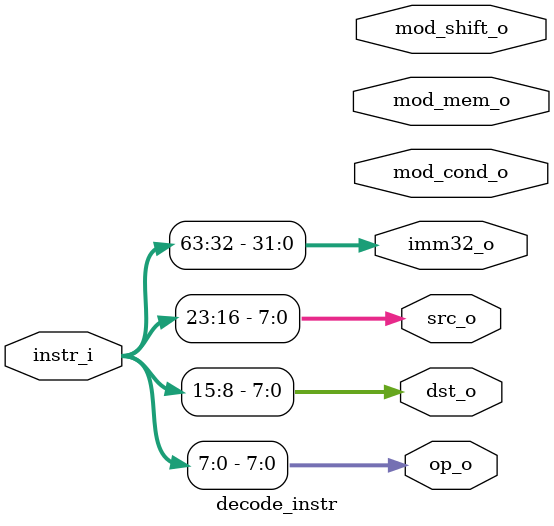
<source format=v>
`timescale 1ns / 1ps
module decode_instr(
	input [63:0] instr_i,
	// op
	output [7:0]  op_o,
	// dst
	output [7:0]  dst_o,
	// src
	output [7:0]  src_o,
	// mod flag
	output [1:0]  mod_mem_o,
	output [1:0]  mod_shift_o,
	output [3:0]  mod_cond_o,
	// imm32
	output [31:0] imm32_o
	);
	
	assign op_o = instr_i[7:0];
	assign dst_o = instr_i[15:8];
	assign src_o = instr_i[23:16];
	// mod

	assign imm32_o = instr_i[63:32];

endmodule

</source>
